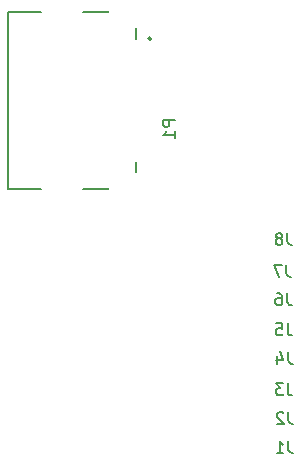
<source format=gbr>
G04 #@! TF.GenerationSoftware,KiCad,Pcbnew,(5.1.10-1-10_14)*
G04 #@! TF.CreationDate,2021-11-29T21:51:49-05:00*
G04 #@! TF.ProjectId,SNAC Sniffer Indent,534e4143-2053-46e6-9966-66657220496e,1*
G04 #@! TF.SameCoordinates,Original*
G04 #@! TF.FileFunction,Legend,Bot*
G04 #@! TF.FilePolarity,Positive*
%FSLAX46Y46*%
G04 Gerber Fmt 4.6, Leading zero omitted, Abs format (unit mm)*
G04 Created by KiCad (PCBNEW (5.1.10-1-10_14)) date 2021-11-29 21:51:49*
%MOMM*%
%LPD*%
G01*
G04 APERTURE LIST*
%ADD10C,0.200000*%
%ADD11C,0.127000*%
%ADD12C,0.150000*%
%ADD13C,1.601600*%
%ADD14C,1.609600*%
G04 APERTURE END LIST*
D10*
X150748112Y-89670000D02*
G75*
G03*
X150748112Y-89670000I-158112J0D01*
G01*
D11*
X149390000Y-89670000D02*
X149390000Y-88770000D01*
X149390000Y-100970000D02*
X149390000Y-100070000D01*
X144940000Y-87370000D02*
X147140000Y-87370000D01*
X147140000Y-102370000D02*
X144940000Y-102370000D01*
X138580000Y-102370000D02*
X141340000Y-102370000D01*
X138580000Y-87370000D02*
X141340000Y-87370000D01*
X138580000Y-102370000D02*
X138580000Y-87370000D01*
D12*
X162333333Y-123752380D02*
X162333333Y-124466666D01*
X162380952Y-124609523D01*
X162476190Y-124704761D01*
X162619047Y-124752380D01*
X162714285Y-124752380D01*
X161333333Y-124752380D02*
X161904761Y-124752380D01*
X161619047Y-124752380D02*
X161619047Y-123752380D01*
X161714285Y-123895238D01*
X161809523Y-123990476D01*
X161904761Y-124038095D01*
X162323333Y-121282380D02*
X162323333Y-121996666D01*
X162370952Y-122139523D01*
X162466190Y-122234761D01*
X162609047Y-122282380D01*
X162704285Y-122282380D01*
X161894761Y-121377619D02*
X161847142Y-121330000D01*
X161751904Y-121282380D01*
X161513809Y-121282380D01*
X161418571Y-121330000D01*
X161370952Y-121377619D01*
X161323333Y-121472857D01*
X161323333Y-121568095D01*
X161370952Y-121710952D01*
X161942380Y-122282380D01*
X161323333Y-122282380D01*
X162273333Y-118862380D02*
X162273333Y-119576666D01*
X162320952Y-119719523D01*
X162416190Y-119814761D01*
X162559047Y-119862380D01*
X162654285Y-119862380D01*
X161892380Y-118862380D02*
X161273333Y-118862380D01*
X161606666Y-119243333D01*
X161463809Y-119243333D01*
X161368571Y-119290952D01*
X161320952Y-119338571D01*
X161273333Y-119433809D01*
X161273333Y-119671904D01*
X161320952Y-119767142D01*
X161368571Y-119814761D01*
X161463809Y-119862380D01*
X161749523Y-119862380D01*
X161844761Y-119814761D01*
X161892380Y-119767142D01*
X162293333Y-116172380D02*
X162293333Y-116886666D01*
X162340952Y-117029523D01*
X162436190Y-117124761D01*
X162579047Y-117172380D01*
X162674285Y-117172380D01*
X161388571Y-116505714D02*
X161388571Y-117172380D01*
X161626666Y-116124761D02*
X161864761Y-116839047D01*
X161245714Y-116839047D01*
X162253333Y-113782380D02*
X162253333Y-114496666D01*
X162300952Y-114639523D01*
X162396190Y-114734761D01*
X162539047Y-114782380D01*
X162634285Y-114782380D01*
X161300952Y-113782380D02*
X161777142Y-113782380D01*
X161824761Y-114258571D01*
X161777142Y-114210952D01*
X161681904Y-114163333D01*
X161443809Y-114163333D01*
X161348571Y-114210952D01*
X161300952Y-114258571D01*
X161253333Y-114353809D01*
X161253333Y-114591904D01*
X161300952Y-114687142D01*
X161348571Y-114734761D01*
X161443809Y-114782380D01*
X161681904Y-114782380D01*
X161777142Y-114734761D01*
X161824761Y-114687142D01*
X162233333Y-111232380D02*
X162233333Y-111946666D01*
X162280952Y-112089523D01*
X162376190Y-112184761D01*
X162519047Y-112232380D01*
X162614285Y-112232380D01*
X161328571Y-111232380D02*
X161519047Y-111232380D01*
X161614285Y-111280000D01*
X161661904Y-111327619D01*
X161757142Y-111470476D01*
X161804761Y-111660952D01*
X161804761Y-112041904D01*
X161757142Y-112137142D01*
X161709523Y-112184761D01*
X161614285Y-112232380D01*
X161423809Y-112232380D01*
X161328571Y-112184761D01*
X161280952Y-112137142D01*
X161233333Y-112041904D01*
X161233333Y-111803809D01*
X161280952Y-111708571D01*
X161328571Y-111660952D01*
X161423809Y-111613333D01*
X161614285Y-111613333D01*
X161709523Y-111660952D01*
X161757142Y-111708571D01*
X161804761Y-111803809D01*
X162153333Y-108822380D02*
X162153333Y-109536666D01*
X162200952Y-109679523D01*
X162296190Y-109774761D01*
X162439047Y-109822380D01*
X162534285Y-109822380D01*
X161772380Y-108822380D02*
X161105714Y-108822380D01*
X161534285Y-109822380D01*
X162243333Y-106122380D02*
X162243333Y-106836666D01*
X162290952Y-106979523D01*
X162386190Y-107074761D01*
X162529047Y-107122380D01*
X162624285Y-107122380D01*
X161624285Y-106550952D02*
X161719523Y-106503333D01*
X161767142Y-106455714D01*
X161814761Y-106360476D01*
X161814761Y-106312857D01*
X161767142Y-106217619D01*
X161719523Y-106170000D01*
X161624285Y-106122380D01*
X161433809Y-106122380D01*
X161338571Y-106170000D01*
X161290952Y-106217619D01*
X161243333Y-106312857D01*
X161243333Y-106360476D01*
X161290952Y-106455714D01*
X161338571Y-106503333D01*
X161433809Y-106550952D01*
X161624285Y-106550952D01*
X161719523Y-106598571D01*
X161767142Y-106646190D01*
X161814761Y-106741428D01*
X161814761Y-106931904D01*
X161767142Y-107027142D01*
X161719523Y-107074761D01*
X161624285Y-107122380D01*
X161433809Y-107122380D01*
X161338571Y-107074761D01*
X161290952Y-107027142D01*
X161243333Y-106931904D01*
X161243333Y-106741428D01*
X161290952Y-106646190D01*
X161338571Y-106598571D01*
X161433809Y-106550952D01*
X152728973Y-96557233D02*
X151728768Y-96557233D01*
X151728768Y-96938263D01*
X151776397Y-97033521D01*
X151824026Y-97081150D01*
X151919283Y-97128779D01*
X152062170Y-97128779D01*
X152157427Y-97081150D01*
X152205056Y-97033521D01*
X152252685Y-96938263D01*
X152252685Y-96557233D01*
X152728973Y-98081355D02*
X152728973Y-97509809D01*
X152728973Y-97795582D02*
X151728768Y-97795582D01*
X151871655Y-97700324D01*
X151966912Y-97605067D01*
X152014541Y-97509809D01*
%LPC*%
D13*
X160750000Y-123140000D03*
X163290000Y-123140000D03*
X163290000Y-120600000D03*
X160750000Y-120600000D03*
X160750000Y-118060000D03*
X163290000Y-118060000D03*
X163290000Y-115520000D03*
X160750000Y-115520000D03*
X160750000Y-112980000D03*
X163290000Y-112980000D03*
X163290000Y-110440000D03*
X160750000Y-110440000D03*
X163290000Y-107900000D03*
X160750000Y-107900000D03*
X160750000Y-105360000D03*
X163290000Y-105360000D03*
G36*
G01*
X151190000Y-90570800D02*
X148590000Y-90570800D01*
G75*
G02*
X148539200Y-90520000I0J50800D01*
G01*
X148539200Y-90220000D01*
G75*
G02*
X148590000Y-90169200I50800J0D01*
G01*
X151190000Y-90169200D01*
G75*
G02*
X151240800Y-90220000I0J-50800D01*
G01*
X151240800Y-90520000D01*
G75*
G02*
X151190000Y-90570800I-50800J0D01*
G01*
G37*
G36*
G01*
X151190000Y-91070800D02*
X148590000Y-91070800D01*
G75*
G02*
X148539200Y-91020000I0J50800D01*
G01*
X148539200Y-90720000D01*
G75*
G02*
X148590000Y-90669200I50800J0D01*
G01*
X151190000Y-90669200D01*
G75*
G02*
X151240800Y-90720000I0J-50800D01*
G01*
X151240800Y-91020000D01*
G75*
G02*
X151190000Y-91070800I-50800J0D01*
G01*
G37*
G36*
G01*
X151190000Y-91570800D02*
X148590000Y-91570800D01*
G75*
G02*
X148539200Y-91520000I0J50800D01*
G01*
X148539200Y-91220000D01*
G75*
G02*
X148590000Y-91169200I50800J0D01*
G01*
X151190000Y-91169200D01*
G75*
G02*
X151240800Y-91220000I0J-50800D01*
G01*
X151240800Y-91520000D01*
G75*
G02*
X151190000Y-91570800I-50800J0D01*
G01*
G37*
G36*
G01*
X151190000Y-92070800D02*
X148590000Y-92070800D01*
G75*
G02*
X148539200Y-92020000I0J50800D01*
G01*
X148539200Y-91720000D01*
G75*
G02*
X148590000Y-91669200I50800J0D01*
G01*
X151190000Y-91669200D01*
G75*
G02*
X151240800Y-91720000I0J-50800D01*
G01*
X151240800Y-92020000D01*
G75*
G02*
X151190000Y-92070800I-50800J0D01*
G01*
G37*
G36*
G01*
X151190000Y-92570800D02*
X148590000Y-92570800D01*
G75*
G02*
X148539200Y-92520000I0J50800D01*
G01*
X148539200Y-92220000D01*
G75*
G02*
X148590000Y-92169200I50800J0D01*
G01*
X151190000Y-92169200D01*
G75*
G02*
X151240800Y-92220000I0J-50800D01*
G01*
X151240800Y-92520000D01*
G75*
G02*
X151190000Y-92570800I-50800J0D01*
G01*
G37*
G36*
G01*
X151190000Y-93070800D02*
X148590000Y-93070800D01*
G75*
G02*
X148539200Y-93020000I0J50800D01*
G01*
X148539200Y-92720000D01*
G75*
G02*
X148590000Y-92669200I50800J0D01*
G01*
X151190000Y-92669200D01*
G75*
G02*
X151240800Y-92720000I0J-50800D01*
G01*
X151240800Y-93020000D01*
G75*
G02*
X151190000Y-93070800I-50800J0D01*
G01*
G37*
G36*
G01*
X151190000Y-93570800D02*
X148590000Y-93570800D01*
G75*
G02*
X148539200Y-93520000I0J50800D01*
G01*
X148539200Y-93220000D01*
G75*
G02*
X148590000Y-93169200I50800J0D01*
G01*
X151190000Y-93169200D01*
G75*
G02*
X151240800Y-93220000I0J-50800D01*
G01*
X151240800Y-93520000D01*
G75*
G02*
X151190000Y-93570800I-50800J0D01*
G01*
G37*
G36*
G01*
X151190000Y-94070800D02*
X148590000Y-94070800D01*
G75*
G02*
X148539200Y-94020000I0J50800D01*
G01*
X148539200Y-93720000D01*
G75*
G02*
X148590000Y-93669200I50800J0D01*
G01*
X151190000Y-93669200D01*
G75*
G02*
X151240800Y-93720000I0J-50800D01*
G01*
X151240800Y-94020000D01*
G75*
G02*
X151190000Y-94070800I-50800J0D01*
G01*
G37*
G36*
G01*
X151190000Y-94570800D02*
X148590000Y-94570800D01*
G75*
G02*
X148539200Y-94520000I0J50800D01*
G01*
X148539200Y-94220000D01*
G75*
G02*
X148590000Y-94169200I50800J0D01*
G01*
X151190000Y-94169200D01*
G75*
G02*
X151240800Y-94220000I0J-50800D01*
G01*
X151240800Y-94520000D01*
G75*
G02*
X151190000Y-94570800I-50800J0D01*
G01*
G37*
G36*
G01*
X151190000Y-95070800D02*
X148590000Y-95070800D01*
G75*
G02*
X148539200Y-95020000I0J50800D01*
G01*
X148539200Y-94720000D01*
G75*
G02*
X148590000Y-94669200I50800J0D01*
G01*
X151190000Y-94669200D01*
G75*
G02*
X151240800Y-94720000I0J-50800D01*
G01*
X151240800Y-95020000D01*
G75*
G02*
X151190000Y-95070800I-50800J0D01*
G01*
G37*
G36*
G01*
X151190000Y-95570800D02*
X148590000Y-95570800D01*
G75*
G02*
X148539200Y-95520000I0J50800D01*
G01*
X148539200Y-95220000D01*
G75*
G02*
X148590000Y-95169200I50800J0D01*
G01*
X151190000Y-95169200D01*
G75*
G02*
X151240800Y-95220000I0J-50800D01*
G01*
X151240800Y-95520000D01*
G75*
G02*
X151190000Y-95570800I-50800J0D01*
G01*
G37*
G36*
G01*
X151190000Y-96070800D02*
X148590000Y-96070800D01*
G75*
G02*
X148539200Y-96020000I0J50800D01*
G01*
X148539200Y-95720000D01*
G75*
G02*
X148590000Y-95669200I50800J0D01*
G01*
X151190000Y-95669200D01*
G75*
G02*
X151240800Y-95720000I0J-50800D01*
G01*
X151240800Y-96020000D01*
G75*
G02*
X151190000Y-96070800I-50800J0D01*
G01*
G37*
G36*
G01*
X151190000Y-96570800D02*
X148590000Y-96570800D01*
G75*
G02*
X148539200Y-96520000I0J50800D01*
G01*
X148539200Y-96220000D01*
G75*
G02*
X148590000Y-96169200I50800J0D01*
G01*
X151190000Y-96169200D01*
G75*
G02*
X151240800Y-96220000I0J-50800D01*
G01*
X151240800Y-96520000D01*
G75*
G02*
X151190000Y-96570800I-50800J0D01*
G01*
G37*
G36*
G01*
X151190000Y-97070800D02*
X148590000Y-97070800D01*
G75*
G02*
X148539200Y-97020000I0J50800D01*
G01*
X148539200Y-96720000D01*
G75*
G02*
X148590000Y-96669200I50800J0D01*
G01*
X151190000Y-96669200D01*
G75*
G02*
X151240800Y-96720000I0J-50800D01*
G01*
X151240800Y-97020000D01*
G75*
G02*
X151190000Y-97070800I-50800J0D01*
G01*
G37*
G36*
G01*
X151190000Y-97570800D02*
X148590000Y-97570800D01*
G75*
G02*
X148539200Y-97520000I0J50800D01*
G01*
X148539200Y-97220000D01*
G75*
G02*
X148590000Y-97169200I50800J0D01*
G01*
X151190000Y-97169200D01*
G75*
G02*
X151240800Y-97220000I0J-50800D01*
G01*
X151240800Y-97520000D01*
G75*
G02*
X151190000Y-97570800I-50800J0D01*
G01*
G37*
G36*
G01*
X151190000Y-98070800D02*
X148590000Y-98070800D01*
G75*
G02*
X148539200Y-98020000I0J50800D01*
G01*
X148539200Y-97720000D01*
G75*
G02*
X148590000Y-97669200I50800J0D01*
G01*
X151190000Y-97669200D01*
G75*
G02*
X151240800Y-97720000I0J-50800D01*
G01*
X151240800Y-98020000D01*
G75*
G02*
X151190000Y-98070800I-50800J0D01*
G01*
G37*
G36*
G01*
X151190000Y-98570800D02*
X148590000Y-98570800D01*
G75*
G02*
X148539200Y-98520000I0J50800D01*
G01*
X148539200Y-98220000D01*
G75*
G02*
X148590000Y-98169200I50800J0D01*
G01*
X151190000Y-98169200D01*
G75*
G02*
X151240800Y-98220000I0J-50800D01*
G01*
X151240800Y-98520000D01*
G75*
G02*
X151190000Y-98570800I-50800J0D01*
G01*
G37*
G36*
G01*
X151190000Y-99070800D02*
X148590000Y-99070800D01*
G75*
G02*
X148539200Y-99020000I0J50800D01*
G01*
X148539200Y-98720000D01*
G75*
G02*
X148590000Y-98669200I50800J0D01*
G01*
X151190000Y-98669200D01*
G75*
G02*
X151240800Y-98720000I0J-50800D01*
G01*
X151240800Y-99020000D01*
G75*
G02*
X151190000Y-99070800I-50800J0D01*
G01*
G37*
G36*
G01*
X151190000Y-99570800D02*
X148590000Y-99570800D01*
G75*
G02*
X148539200Y-99520000I0J50800D01*
G01*
X148539200Y-99220000D01*
G75*
G02*
X148590000Y-99169200I50800J0D01*
G01*
X151190000Y-99169200D01*
G75*
G02*
X151240800Y-99220000I0J-50800D01*
G01*
X151240800Y-99520000D01*
G75*
G02*
X151190000Y-99570800I-50800J0D01*
G01*
G37*
G36*
G01*
X150655400Y-88470800D02*
X147604600Y-88470800D01*
G75*
G02*
X147179200Y-88045400I0J425400D01*
G01*
X147179200Y-87194600D01*
G75*
G02*
X147604600Y-86769200I425400J0D01*
G01*
X150655400Y-86769200D01*
G75*
G02*
X151080800Y-87194600I0J-425400D01*
G01*
X151080800Y-88045400D01*
G75*
G02*
X150655400Y-88470800I-425400J0D01*
G01*
G37*
G36*
G01*
X150655400Y-102970800D02*
X147604600Y-102970800D01*
G75*
G02*
X147179200Y-102545400I0J425400D01*
G01*
X147179200Y-101694600D01*
G75*
G02*
X147604600Y-101269200I425400J0D01*
G01*
X150655400Y-101269200D01*
G75*
G02*
X151080800Y-101694600I0J-425400D01*
G01*
X151080800Y-102545400D01*
G75*
G02*
X150655400Y-102970800I-425400J0D01*
G01*
G37*
G36*
G01*
X144295400Y-102970800D02*
X142044600Y-102970800D01*
G75*
G02*
X141619200Y-102545400I0J425400D01*
G01*
X141619200Y-101694600D01*
G75*
G02*
X142044600Y-101269200I425400J0D01*
G01*
X144295400Y-101269200D01*
G75*
G02*
X144720800Y-101694600I0J-425400D01*
G01*
X144720800Y-102545400D01*
G75*
G02*
X144295400Y-102970800I-425400J0D01*
G01*
G37*
G36*
G01*
X144295400Y-88470800D02*
X142044600Y-88470800D01*
G75*
G02*
X141619200Y-88045400I0J425400D01*
G01*
X141619200Y-87194600D01*
G75*
G02*
X142044600Y-86769200I425400J0D01*
G01*
X144295400Y-86769200D01*
G75*
G02*
X144720800Y-87194600I0J-425400D01*
G01*
X144720800Y-88045400D01*
G75*
G02*
X144295400Y-88470800I-425400J0D01*
G01*
G37*
G36*
G01*
X161635400Y-88470800D02*
X159384600Y-88470800D01*
G75*
G02*
X158959200Y-88045400I0J425400D01*
G01*
X158959200Y-87194600D01*
G75*
G02*
X159384600Y-86769200I425400J0D01*
G01*
X161635400Y-86769200D01*
G75*
G02*
X162060800Y-87194600I0J-425400D01*
G01*
X162060800Y-88045400D01*
G75*
G02*
X161635400Y-88470800I-425400J0D01*
G01*
G37*
G36*
G01*
X161635400Y-102970800D02*
X159384600Y-102970800D01*
G75*
G02*
X158959200Y-102545400I0J425400D01*
G01*
X158959200Y-101694600D01*
G75*
G02*
X159384600Y-101269200I425400J0D01*
G01*
X161635400Y-101269200D01*
G75*
G02*
X162060800Y-101694600I0J-425400D01*
G01*
X162060800Y-102545400D01*
G75*
G02*
X161635400Y-102970800I-425400J0D01*
G01*
G37*
G36*
G01*
X156075400Y-102970800D02*
X153024600Y-102970800D01*
G75*
G02*
X152599200Y-102545400I0J425400D01*
G01*
X152599200Y-101694600D01*
G75*
G02*
X153024600Y-101269200I425400J0D01*
G01*
X156075400Y-101269200D01*
G75*
G02*
X156500800Y-101694600I0J-425400D01*
G01*
X156500800Y-102545400D01*
G75*
G02*
X156075400Y-102970800I-425400J0D01*
G01*
G37*
G36*
G01*
X156075400Y-88470800D02*
X153024600Y-88470800D01*
G75*
G02*
X152599200Y-88045400I0J425400D01*
G01*
X152599200Y-87194600D01*
G75*
G02*
X153024600Y-86769200I425400J0D01*
G01*
X156075400Y-86769200D01*
G75*
G02*
X156500800Y-87194600I0J-425400D01*
G01*
X156500800Y-88045400D01*
G75*
G02*
X156075400Y-88470800I-425400J0D01*
G01*
G37*
D14*
X154910000Y-123760000D03*
X152370000Y-123760000D03*
X149830000Y-123760000D03*
X147290000Y-123760000D03*
X144750000Y-123760000D03*
X142210000Y-123760000D03*
X139670000Y-123760000D03*
X137130000Y-123760000D03*
X134590000Y-123760000D03*
X132050000Y-123760000D03*
X129510000Y-123760000D03*
X126970000Y-123760000D03*
X124430000Y-123760000D03*
X121890000Y-123760000D03*
X119350000Y-123760000D03*
X121890000Y-108520000D03*
X124430000Y-108520000D03*
X126970000Y-108520000D03*
X129510000Y-108520000D03*
X132050000Y-108520000D03*
X134590000Y-108520000D03*
X137130000Y-108520000D03*
X139670000Y-108520000D03*
X142210000Y-108520000D03*
X144750000Y-108520000D03*
X147290000Y-108520000D03*
M02*

</source>
